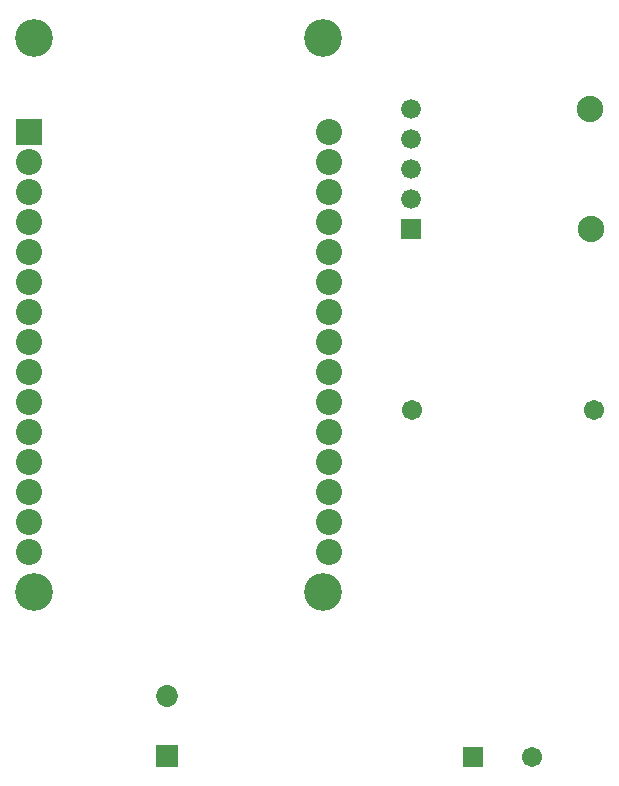
<source format=gbr>
%FSTAX23Y23*%
%MOIN*%
%SFA1B1*%

%IPPOS*%
%ADD24C,0.126110*%
%ADD25C,0.086740*%
%ADD26R,0.086740X0.086740*%
%ADD27C,0.088000*%
%ADD28R,0.066000X0.066000*%
%ADD29C,0.066000*%
%ADD30R,0.067370X0.067370*%
%ADD31C,0.067370*%
%ADD32R,0.072961X0.072961*%
%ADD33C,0.072961*%
G54D24*
X01256Y03719D03*
X02221D03*
Y0187D03*
X01256D03*
G54D25*
X0224Y02005D03*
Y02105D03*
Y02205D03*
Y02305D03*
Y02405D03*
Y02505D03*
Y02605D03*
Y02705D03*
Y02805D03*
Y02905D03*
Y03005D03*
Y03105D03*
Y03205D03*
Y03305D03*
Y03405D03*
X0124Y02005D03*
Y02105D03*
Y02205D03*
Y02305D03*
Y02405D03*
Y02505D03*
Y02605D03*
Y02705D03*
Y02805D03*
Y02905D03*
Y03005D03*
Y03105D03*
Y03205D03*
Y03305D03*
G54D26*
X0124Y03405D03*
G54D27*
X0311Y0348D03*
X03115Y0308D03*
G54D28*
X02515Y0308D03*
G54D29*
X02515Y0318D03*
Y0328D03*
Y0338D03*
Y0348D03*
G54D30*
X02721Y01321D03*
G54D31*
X02918Y01321D03*
X02516Y02478D03*
X03123D03*
G54D32*
X017Y01325D03*
G54D33*
X017Y01525D03*
M02*
</source>
